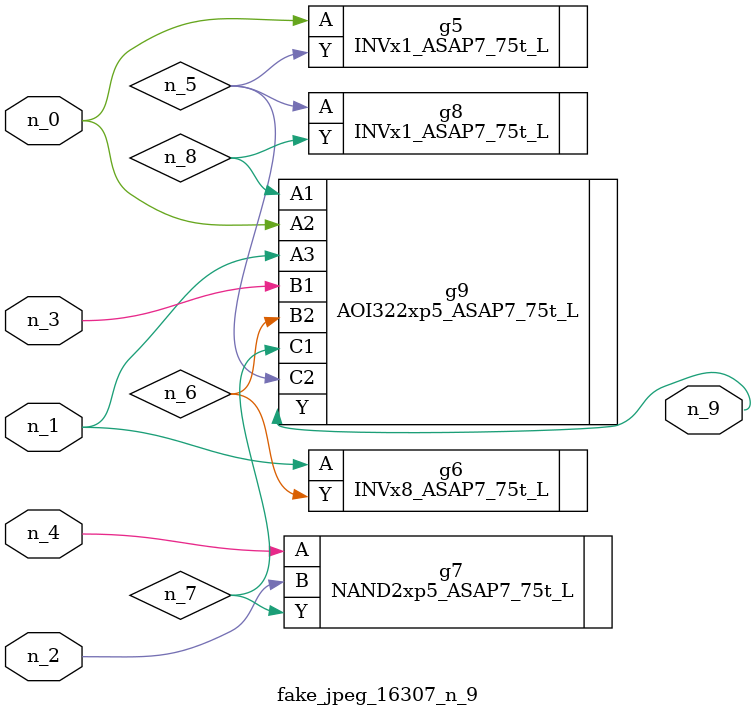
<source format=v>
module fake_jpeg_16307_n_9 (n_3, n_2, n_1, n_0, n_4, n_9);

input n_3;
input n_2;
input n_1;
input n_0;
input n_4;

output n_9;

wire n_8;
wire n_6;
wire n_5;
wire n_7;

INVx1_ASAP7_75t_L g5 ( 
.A(n_0),
.Y(n_5)
);

INVx8_ASAP7_75t_L g6 ( 
.A(n_1),
.Y(n_6)
);

NAND2xp5_ASAP7_75t_L g7 ( 
.A(n_4),
.B(n_2),
.Y(n_7)
);

INVx1_ASAP7_75t_L g8 ( 
.A(n_5),
.Y(n_8)
);

AOI322xp5_ASAP7_75t_L g9 ( 
.A1(n_8),
.A2(n_0),
.A3(n_1),
.B1(n_3),
.B2(n_6),
.C1(n_7),
.C2(n_5),
.Y(n_9)
);


endmodule
</source>
